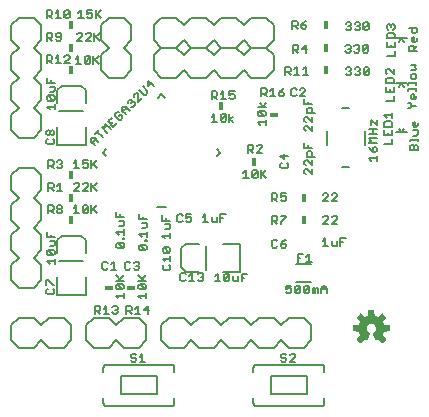
<source format=gto>
G04 EAGLE Gerber RS-274X export*
G75*
%MOMM*%
%FSLAX34Y34*%
%LPD*%
%INSilkscreen Top*%
%IPPOS*%
%AMOC8*
5,1,8,0,0,1.08239X$1,22.5*%
G01*
%ADD10C,0.152400*%
%ADD11C,0.203200*%
%ADD12C,0.127000*%
%ADD13R,0.457200X0.762000*%
%ADD14R,0.762000X0.457200*%

G36*
X320470Y61106D02*
X320470Y61106D01*
X320578Y61116D01*
X320591Y61122D01*
X320605Y61124D01*
X320702Y61172D01*
X320801Y61217D01*
X320814Y61228D01*
X320823Y61232D01*
X320838Y61248D01*
X320915Y61310D01*
X323500Y63895D01*
X323563Y63984D01*
X323629Y64069D01*
X323634Y64082D01*
X323642Y64094D01*
X323673Y64197D01*
X323709Y64300D01*
X323709Y64314D01*
X323713Y64327D01*
X323709Y64435D01*
X323710Y64544D01*
X323705Y64557D01*
X323705Y64571D01*
X323667Y64673D01*
X323632Y64775D01*
X323623Y64790D01*
X323619Y64799D01*
X323605Y64816D01*
X323551Y64898D01*
X320787Y68288D01*
X321344Y69370D01*
X321350Y69390D01*
X321392Y69485D01*
X321763Y70644D01*
X326114Y71087D01*
X326218Y71115D01*
X326324Y71140D01*
X326336Y71147D01*
X326349Y71150D01*
X326439Y71211D01*
X326532Y71268D01*
X326540Y71279D01*
X326552Y71287D01*
X326618Y71373D01*
X326687Y71457D01*
X326691Y71470D01*
X326700Y71481D01*
X326734Y71584D01*
X326773Y71685D01*
X326774Y71703D01*
X326778Y71712D01*
X326778Y71734D01*
X326787Y71832D01*
X326787Y75488D01*
X326770Y75595D01*
X326756Y75703D01*
X326750Y75715D01*
X326748Y75729D01*
X326696Y75825D01*
X326649Y75922D01*
X326639Y75932D01*
X326633Y75944D01*
X326553Y76018D01*
X326477Y76095D01*
X326465Y76101D01*
X326455Y76111D01*
X326356Y76156D01*
X326259Y76204D01*
X326241Y76208D01*
X326232Y76212D01*
X326211Y76214D01*
X326114Y76233D01*
X321763Y76676D01*
X321392Y77835D01*
X321383Y77852D01*
X321381Y77860D01*
X321377Y77867D01*
X321344Y77950D01*
X320787Y79032D01*
X323551Y82422D01*
X323605Y82516D01*
X323662Y82608D01*
X323665Y82621D01*
X323672Y82633D01*
X323693Y82740D01*
X323718Y82845D01*
X323716Y82859D01*
X323719Y82873D01*
X323704Y82980D01*
X323694Y83088D01*
X323688Y83101D01*
X323686Y83115D01*
X323638Y83212D01*
X323593Y83311D01*
X323582Y83324D01*
X323578Y83333D01*
X323562Y83348D01*
X323500Y83425D01*
X320915Y86010D01*
X320826Y86073D01*
X320741Y86139D01*
X320728Y86144D01*
X320716Y86152D01*
X320613Y86183D01*
X320510Y86219D01*
X320496Y86219D01*
X320483Y86223D01*
X320375Y86219D01*
X320266Y86220D01*
X320253Y86215D01*
X320239Y86215D01*
X320137Y86177D01*
X320035Y86142D01*
X320020Y86133D01*
X320011Y86129D01*
X319994Y86115D01*
X319912Y86061D01*
X316522Y83297D01*
X315440Y83854D01*
X315420Y83860D01*
X315325Y83902D01*
X314166Y84273D01*
X313723Y88624D01*
X313695Y88728D01*
X313670Y88834D01*
X313663Y88846D01*
X313660Y88859D01*
X313599Y88949D01*
X313542Y89042D01*
X313531Y89050D01*
X313523Y89062D01*
X313437Y89128D01*
X313353Y89197D01*
X313340Y89201D01*
X313329Y89210D01*
X313226Y89244D01*
X313125Y89283D01*
X313107Y89284D01*
X313098Y89288D01*
X313076Y89288D01*
X312978Y89297D01*
X309322Y89297D01*
X309215Y89280D01*
X309107Y89266D01*
X309095Y89260D01*
X309081Y89258D01*
X308985Y89206D01*
X308888Y89159D01*
X308878Y89149D01*
X308866Y89143D01*
X308792Y89063D01*
X308715Y88987D01*
X308709Y88975D01*
X308699Y88965D01*
X308654Y88866D01*
X308606Y88769D01*
X308602Y88751D01*
X308598Y88742D01*
X308596Y88721D01*
X308577Y88624D01*
X308134Y84273D01*
X306975Y83902D01*
X306957Y83892D01*
X306860Y83854D01*
X305778Y83297D01*
X302388Y86061D01*
X302294Y86115D01*
X302202Y86172D01*
X302189Y86175D01*
X302177Y86182D01*
X302070Y86203D01*
X301965Y86228D01*
X301951Y86226D01*
X301937Y86229D01*
X301830Y86214D01*
X301722Y86204D01*
X301709Y86198D01*
X301696Y86196D01*
X301598Y86148D01*
X301499Y86103D01*
X301486Y86092D01*
X301477Y86088D01*
X301462Y86072D01*
X301385Y86010D01*
X298800Y83425D01*
X298737Y83336D01*
X298671Y83251D01*
X298666Y83238D01*
X298658Y83226D01*
X298627Y83123D01*
X298591Y83020D01*
X298591Y83006D01*
X298587Y82993D01*
X298591Y82885D01*
X298590Y82776D01*
X298595Y82763D01*
X298595Y82749D01*
X298633Y82647D01*
X298668Y82545D01*
X298677Y82530D01*
X298681Y82521D01*
X298695Y82504D01*
X298749Y82422D01*
X301513Y79032D01*
X300956Y77950D01*
X300950Y77930D01*
X300908Y77835D01*
X300537Y76676D01*
X296186Y76233D01*
X296082Y76205D01*
X295976Y76180D01*
X295964Y76173D01*
X295951Y76170D01*
X295861Y76109D01*
X295768Y76052D01*
X295760Y76041D01*
X295748Y76033D01*
X295682Y75947D01*
X295614Y75863D01*
X295609Y75850D01*
X295600Y75839D01*
X295566Y75736D01*
X295527Y75635D01*
X295526Y75617D01*
X295522Y75608D01*
X295523Y75586D01*
X295513Y75488D01*
X295513Y71832D01*
X295530Y71725D01*
X295544Y71617D01*
X295550Y71605D01*
X295552Y71591D01*
X295604Y71495D01*
X295651Y71398D01*
X295661Y71388D01*
X295667Y71376D01*
X295747Y71302D01*
X295823Y71225D01*
X295835Y71219D01*
X295846Y71209D01*
X295944Y71164D01*
X296041Y71116D01*
X296059Y71112D01*
X296068Y71108D01*
X296089Y71106D01*
X296186Y71087D01*
X300537Y70644D01*
X300908Y69485D01*
X300918Y69467D01*
X300956Y69370D01*
X301513Y68288D01*
X298749Y64898D01*
X298695Y64804D01*
X298638Y64712D01*
X298635Y64699D01*
X298628Y64687D01*
X298607Y64580D01*
X298582Y64475D01*
X298584Y64461D01*
X298581Y64447D01*
X298596Y64340D01*
X298606Y64232D01*
X298612Y64219D01*
X298614Y64206D01*
X298662Y64108D01*
X298707Y64009D01*
X298718Y63996D01*
X298722Y63987D01*
X298738Y63972D01*
X298800Y63895D01*
X301385Y61310D01*
X301474Y61247D01*
X301559Y61181D01*
X301572Y61176D01*
X301584Y61168D01*
X301687Y61137D01*
X301790Y61101D01*
X301804Y61101D01*
X301817Y61097D01*
X301925Y61101D01*
X302034Y61100D01*
X302047Y61105D01*
X302061Y61105D01*
X302163Y61143D01*
X302265Y61178D01*
X302280Y61187D01*
X302289Y61191D01*
X302306Y61205D01*
X302388Y61259D01*
X305778Y64023D01*
X306860Y63466D01*
X306913Y63449D01*
X306962Y63423D01*
X307028Y63412D01*
X307092Y63391D01*
X307148Y63392D01*
X307202Y63383D01*
X307269Y63394D01*
X307336Y63395D01*
X307388Y63413D01*
X307443Y63422D01*
X307503Y63454D01*
X307566Y63477D01*
X307609Y63511D01*
X307659Y63537D01*
X307705Y63586D01*
X307757Y63628D01*
X307788Y63675D01*
X307826Y63715D01*
X307882Y63820D01*
X307890Y63833D01*
X307891Y63838D01*
X307895Y63845D01*
X310048Y69042D01*
X310068Y69125D01*
X310073Y69138D01*
X310075Y69154D01*
X310100Y69240D01*
X310099Y69260D01*
X310104Y69280D01*
X310096Y69362D01*
X310098Y69381D01*
X310093Y69402D01*
X310089Y69484D01*
X310082Y69503D01*
X310080Y69523D01*
X310049Y69592D01*
X310042Y69619D01*
X310027Y69644D01*
X310000Y69712D01*
X309987Y69727D01*
X309979Y69745D01*
X309934Y69794D01*
X309914Y69826D01*
X309882Y69852D01*
X309843Y69898D01*
X309822Y69913D01*
X309812Y69923D01*
X309791Y69935D01*
X309728Y69979D01*
X309725Y69981D01*
X309724Y69981D01*
X309722Y69983D01*
X308838Y70478D01*
X308159Y71105D01*
X307645Y71874D01*
X307325Y72742D01*
X307217Y73659D01*
X307330Y74594D01*
X307661Y75475D01*
X308193Y76252D01*
X308894Y76881D01*
X309724Y77324D01*
X310636Y77558D01*
X311578Y77568D01*
X312494Y77354D01*
X313334Y76929D01*
X314048Y76316D01*
X314597Y75551D01*
X314948Y74677D01*
X315081Y73745D01*
X314989Y72808D01*
X314677Y71920D01*
X314162Y71132D01*
X313475Y70488D01*
X312576Y69982D01*
X312535Y69949D01*
X312494Y69927D01*
X312463Y69894D01*
X312415Y69859D01*
X312402Y69842D01*
X312386Y69829D01*
X312351Y69775D01*
X312327Y69749D01*
X312313Y69718D01*
X312272Y69661D01*
X312266Y69641D01*
X312255Y69623D01*
X312237Y69550D01*
X312227Y69527D01*
X312224Y69503D01*
X312201Y69428D01*
X312202Y69407D01*
X312197Y69386D01*
X312204Y69302D01*
X312203Y69284D01*
X312206Y69267D01*
X312209Y69184D01*
X312217Y69158D01*
X312218Y69143D01*
X312228Y69121D01*
X312252Y69042D01*
X312560Y68297D01*
X312561Y68297D01*
X312871Y67548D01*
X313181Y66799D01*
X313181Y66798D01*
X313492Y66050D01*
X313492Y66049D01*
X313802Y65300D01*
X314112Y64551D01*
X314113Y64551D01*
X314405Y63845D01*
X314434Y63798D01*
X314455Y63746D01*
X314498Y63695D01*
X314534Y63638D01*
X314577Y63603D01*
X314613Y63560D01*
X314670Y63526D01*
X314722Y63483D01*
X314774Y63464D01*
X314822Y63435D01*
X314888Y63421D01*
X314951Y63397D01*
X315006Y63395D01*
X315060Y63384D01*
X315127Y63391D01*
X315194Y63389D01*
X315248Y63405D01*
X315303Y63412D01*
X315414Y63456D01*
X315428Y63460D01*
X315432Y63463D01*
X315440Y63466D01*
X316522Y64023D01*
X319912Y61259D01*
X320006Y61205D01*
X320098Y61148D01*
X320111Y61145D01*
X320123Y61138D01*
X320230Y61117D01*
X320335Y61092D01*
X320349Y61094D01*
X320363Y61091D01*
X320470Y61106D01*
G37*
D10*
X135462Y127088D02*
X134360Y125987D01*
X134360Y123784D01*
X135462Y122682D01*
X139868Y122682D01*
X140970Y123784D01*
X140970Y125987D01*
X139868Y127088D01*
X136564Y130166D02*
X134360Y132369D01*
X140970Y132369D01*
X140970Y130166D02*
X140970Y134573D01*
X139868Y137650D02*
X135462Y137650D01*
X134360Y138752D01*
X134360Y140955D01*
X135462Y142057D01*
X139868Y142057D01*
X140970Y140955D01*
X140970Y138752D01*
X139868Y137650D01*
X135462Y142057D01*
X136437Y149733D02*
X134233Y151936D01*
X140843Y151936D01*
X140843Y149733D02*
X140843Y154139D01*
X139741Y157217D02*
X136437Y157217D01*
X139741Y157217D02*
X140843Y158319D01*
X140843Y161624D01*
X136437Y161624D01*
X134233Y164701D02*
X140843Y164701D01*
X134233Y164701D02*
X134233Y169108D01*
X137538Y166905D02*
X137538Y164701D01*
D11*
X185184Y145223D02*
X200184Y145223D01*
X200184Y121223D01*
X185184Y121223D01*
X165184Y145223D02*
X154184Y145223D01*
X150184Y141223D01*
X150184Y125223D01*
X154184Y121223D01*
X165184Y121223D01*
D12*
X171374Y123063D02*
X171374Y143383D01*
D10*
X152733Y120369D02*
X153835Y119267D01*
X152733Y120369D02*
X150530Y120369D01*
X149428Y119267D01*
X149428Y114861D01*
X150530Y113759D01*
X152733Y113759D01*
X153835Y114861D01*
X156912Y118165D02*
X159116Y120369D01*
X159116Y113759D01*
X161319Y113759D02*
X156912Y113759D01*
X164397Y119267D02*
X165498Y120369D01*
X167701Y120369D01*
X168803Y119267D01*
X168803Y118165D01*
X167701Y117064D01*
X166600Y117064D01*
X167701Y117064D02*
X168803Y115962D01*
X168803Y114861D01*
X167701Y113759D01*
X165498Y113759D01*
X164397Y114861D01*
X178705Y117625D02*
X180908Y119828D01*
X180908Y113218D01*
X178705Y113218D02*
X183111Y113218D01*
X186189Y114320D02*
X186189Y118726D01*
X187291Y119828D01*
X189494Y119828D01*
X190596Y118726D01*
X190596Y114320D01*
X189494Y113218D01*
X187291Y113218D01*
X186189Y114320D01*
X190596Y118726D01*
X193673Y117625D02*
X193673Y114320D01*
X194775Y113218D01*
X198080Y113218D01*
X198080Y117625D01*
X201157Y119828D02*
X201157Y113218D01*
X201157Y119828D02*
X205564Y119828D01*
X203361Y116523D02*
X201157Y116523D01*
D13*
X273050Y292100D03*
D10*
X238252Y295027D02*
X238252Y288417D01*
X238252Y295027D02*
X241557Y295027D01*
X242658Y293925D01*
X242658Y291722D01*
X241557Y290620D01*
X238252Y290620D01*
X240455Y290620D02*
X242658Y288417D01*
X245736Y292823D02*
X247939Y295027D01*
X247939Y288417D01*
X245736Y288417D02*
X250143Y288417D01*
X253220Y292823D02*
X255424Y295027D01*
X255424Y288417D01*
X257627Y288417D02*
X253220Y288417D01*
X289687Y293290D02*
X290789Y294392D01*
X292992Y294392D01*
X294093Y293290D01*
X294093Y292188D01*
X292992Y291087D01*
X291890Y291087D01*
X292992Y291087D02*
X294093Y289985D01*
X294093Y288884D01*
X292992Y287782D01*
X290789Y287782D01*
X289687Y288884D01*
X297171Y293290D02*
X298273Y294392D01*
X300476Y294392D01*
X301578Y293290D01*
X301578Y292188D01*
X300476Y291087D01*
X299374Y291087D01*
X300476Y291087D02*
X301578Y289985D01*
X301578Y288884D01*
X300476Y287782D01*
X298273Y287782D01*
X297171Y288884D01*
X304655Y288884D02*
X304655Y293290D01*
X305757Y294392D01*
X307960Y294392D01*
X309062Y293290D01*
X309062Y288884D01*
X307960Y287782D01*
X305757Y287782D01*
X304655Y288884D01*
X309062Y293290D01*
D11*
X331950Y239600D02*
X336550Y239600D01*
X341150Y239600D01*
X336550Y239600D02*
X334212Y242700D01*
X336804Y239754D02*
X338734Y242700D01*
D10*
X328803Y229362D02*
X322193Y229362D01*
X328803Y229362D02*
X328803Y233768D01*
X322193Y236846D02*
X322193Y241253D01*
X322193Y236846D02*
X328803Y236846D01*
X328803Y241253D01*
X325498Y239049D02*
X325498Y236846D01*
X322193Y244330D02*
X328803Y244330D01*
X328803Y247635D01*
X327701Y248737D01*
X323295Y248737D01*
X322193Y247635D01*
X322193Y244330D01*
X324397Y251814D02*
X322193Y254018D01*
X328803Y254018D01*
X328803Y256221D02*
X328803Y251814D01*
X343783Y224282D02*
X350393Y224282D01*
X343783Y224282D02*
X343783Y227587D01*
X344885Y228688D01*
X345987Y228688D01*
X347088Y227587D01*
X348190Y228688D01*
X349291Y228688D01*
X350393Y227587D01*
X350393Y224282D01*
X347088Y224282D02*
X347088Y227587D01*
X343783Y231766D02*
X343783Y232868D01*
X350393Y232868D01*
X350393Y233969D02*
X350393Y231766D01*
X349291Y236756D02*
X345987Y236756D01*
X349291Y236756D02*
X350393Y237857D01*
X350393Y241162D01*
X345987Y241162D01*
X350393Y245341D02*
X350393Y247545D01*
X350393Y245341D02*
X349291Y244240D01*
X347088Y244240D01*
X345987Y245341D01*
X345987Y247545D01*
X347088Y248646D01*
X348190Y248646D01*
X348190Y244240D01*
D13*
X212090Y214630D03*
D10*
X206502Y222377D02*
X206502Y228987D01*
X209807Y228987D01*
X210908Y227885D01*
X210908Y225682D01*
X209807Y224580D01*
X206502Y224580D01*
X208705Y224580D02*
X210908Y222377D01*
X213986Y222377D02*
X218393Y222377D01*
X218393Y226783D02*
X213986Y222377D01*
X218393Y226783D02*
X218393Y227885D01*
X217291Y228987D01*
X215088Y228987D01*
X213986Y227885D01*
X205022Y207524D02*
X202819Y205320D01*
X205022Y207524D02*
X205022Y200914D01*
X202819Y200914D02*
X207225Y200914D01*
X210303Y202016D02*
X210303Y206422D01*
X211405Y207524D01*
X213608Y207524D01*
X214710Y206422D01*
X214710Y202016D01*
X213608Y200914D01*
X211405Y200914D01*
X210303Y202016D01*
X214710Y206422D01*
X217787Y207524D02*
X217787Y200914D01*
X217787Y203117D02*
X222194Y207524D01*
X218889Y204219D02*
X222194Y200914D01*
X106768Y128825D02*
X105667Y129927D01*
X103464Y129927D01*
X102362Y128825D01*
X102362Y124419D01*
X103464Y123317D01*
X105667Y123317D01*
X106768Y124419D01*
X109846Y128825D02*
X110948Y129927D01*
X113151Y129927D01*
X114253Y128825D01*
X114253Y127723D01*
X113151Y126622D01*
X112049Y126622D01*
X113151Y126622D02*
X114253Y125520D01*
X114253Y124419D01*
X113151Y123317D01*
X110948Y123317D01*
X109846Y124419D01*
X115396Y139573D02*
X119802Y139573D01*
X115396Y139573D02*
X114294Y140675D01*
X114294Y142878D01*
X115396Y143979D01*
X119802Y143979D01*
X120904Y142878D01*
X120904Y140675D01*
X119802Y139573D01*
X115396Y143979D01*
X119802Y147057D02*
X120904Y147057D01*
X119802Y147057D02*
X119802Y148159D01*
X120904Y148159D01*
X120904Y147057D01*
X116498Y150799D02*
X114294Y153002D01*
X120904Y153002D01*
X120904Y150799D02*
X120904Y155206D01*
X119802Y158283D02*
X116498Y158283D01*
X119802Y158283D02*
X120904Y159385D01*
X120904Y162690D01*
X116498Y162690D01*
X114294Y165768D02*
X120904Y165768D01*
X114294Y165768D02*
X114294Y170174D01*
X117599Y167971D02*
X117599Y165768D01*
X86617Y129927D02*
X87718Y128825D01*
X86617Y129927D02*
X84414Y129927D01*
X83312Y128825D01*
X83312Y124419D01*
X84414Y123317D01*
X86617Y123317D01*
X87718Y124419D01*
X90796Y127723D02*
X92999Y129927D01*
X92999Y123317D01*
X90796Y123317D02*
X95203Y123317D01*
X96346Y141605D02*
X100752Y141605D01*
X96346Y141605D02*
X95244Y142707D01*
X95244Y144910D01*
X96346Y146011D01*
X100752Y146011D01*
X101854Y144910D01*
X101854Y142707D01*
X100752Y141605D01*
X96346Y146011D01*
X100752Y149089D02*
X101854Y149089D01*
X100752Y149089D02*
X100752Y150191D01*
X101854Y150191D01*
X101854Y149089D01*
X97448Y152831D02*
X95244Y155034D01*
X101854Y155034D01*
X101854Y152831D02*
X101854Y157238D01*
X100752Y160315D02*
X97448Y160315D01*
X100752Y160315D02*
X101854Y161417D01*
X101854Y164722D01*
X97448Y164722D01*
X95244Y167800D02*
X101854Y167800D01*
X95244Y167800D02*
X95244Y172206D01*
X98549Y170003D02*
X98549Y167800D01*
D13*
X273050Y330200D03*
D10*
X244282Y327152D02*
X244282Y333762D01*
X247587Y333762D01*
X248688Y332660D01*
X248688Y330457D01*
X247587Y329355D01*
X244282Y329355D01*
X246485Y329355D02*
X248688Y327152D01*
X253969Y332660D02*
X256173Y333762D01*
X253969Y332660D02*
X251766Y330457D01*
X251766Y328254D01*
X252868Y327152D01*
X255071Y327152D01*
X256173Y328254D01*
X256173Y329355D01*
X255071Y330457D01*
X251766Y330457D01*
X289438Y331390D02*
X290540Y332492D01*
X292743Y332492D01*
X293844Y331390D01*
X293844Y330288D01*
X292743Y329187D01*
X291641Y329187D01*
X292743Y329187D02*
X293844Y328085D01*
X293844Y326984D01*
X292743Y325882D01*
X290540Y325882D01*
X289438Y326984D01*
X296922Y331390D02*
X298024Y332492D01*
X300227Y332492D01*
X301329Y331390D01*
X301329Y330288D01*
X300227Y329187D01*
X299125Y329187D01*
X300227Y329187D02*
X301329Y328085D01*
X301329Y326984D01*
X300227Y325882D01*
X298024Y325882D01*
X296922Y326984D01*
X304406Y326984D02*
X304406Y331390D01*
X305508Y332492D01*
X307711Y332492D01*
X308813Y331390D01*
X308813Y326984D01*
X307711Y325882D01*
X305508Y325882D01*
X304406Y326984D01*
X308813Y331390D01*
D11*
X336550Y319200D02*
X341150Y319200D01*
X336550Y319200D02*
X331950Y319200D01*
X336550Y319200D02*
X338888Y316100D01*
X336296Y319046D02*
X334366Y316100D01*
D10*
X330708Y303972D02*
X324098Y303972D01*
X330708Y303972D02*
X330708Y308378D01*
X324098Y311456D02*
X324098Y315863D01*
X324098Y311456D02*
X330708Y311456D01*
X330708Y315863D01*
X327403Y313659D02*
X327403Y311456D01*
X324098Y318940D02*
X330708Y318940D01*
X330708Y322245D01*
X329606Y323347D01*
X325200Y323347D01*
X324098Y322245D01*
X324098Y318940D01*
X325200Y326424D02*
X324098Y327526D01*
X324098Y329729D01*
X325200Y330831D01*
X326302Y330831D01*
X327403Y329729D01*
X327403Y328628D01*
X327403Y329729D02*
X328505Y330831D01*
X329606Y330831D01*
X330708Y329729D01*
X330708Y327526D01*
X329606Y326424D01*
X342894Y308234D02*
X349504Y308234D01*
X342894Y308234D02*
X342894Y311539D01*
X343996Y312640D01*
X346199Y312640D01*
X347301Y311539D01*
X347301Y308234D01*
X347301Y310437D02*
X349504Y312640D01*
X349504Y316820D02*
X349504Y319023D01*
X349504Y316820D02*
X348402Y315718D01*
X346199Y315718D01*
X345098Y316820D01*
X345098Y319023D01*
X346199Y320125D01*
X347301Y320125D01*
X347301Y315718D01*
X349504Y327609D02*
X342894Y327609D01*
X349504Y327609D02*
X349504Y324304D01*
X348402Y323202D01*
X346199Y323202D01*
X345098Y324304D01*
X345098Y327609D01*
D11*
X136178Y268919D02*
X133350Y271747D01*
X130522Y268919D01*
X180019Y225078D02*
X182847Y222250D01*
X180019Y219422D01*
X86681Y225078D02*
X83853Y222250D01*
X86681Y219422D01*
X129814Y176288D02*
X136886Y176288D01*
D10*
X76877Y228364D02*
X73761Y231480D01*
X73761Y234596D01*
X76877Y234596D01*
X79993Y231480D01*
X77656Y233817D02*
X74540Y230701D01*
X83727Y235214D02*
X79053Y239888D01*
X77495Y238330D02*
X80611Y241446D01*
X82787Y243622D02*
X87461Y238948D01*
X85903Y243622D02*
X82787Y243622D01*
X85903Y243622D02*
X85903Y246738D01*
X90577Y242064D01*
X88080Y248914D02*
X91195Y252030D01*
X88080Y248914D02*
X92753Y244240D01*
X95869Y247356D01*
X91974Y248135D02*
X90416Y246577D01*
X95708Y256543D02*
X97266Y256543D01*
X95708Y256543D02*
X94151Y254985D01*
X94151Y253427D01*
X97266Y250311D01*
X98824Y250311D01*
X100382Y251869D01*
X100382Y253427D01*
X98824Y254985D01*
X97266Y253427D01*
X100222Y257940D02*
X103337Y254825D01*
X100222Y257940D02*
X100222Y261056D01*
X103337Y261056D01*
X106453Y257940D01*
X104116Y260277D02*
X101001Y257161D01*
X104735Y264011D02*
X104735Y265569D01*
X106293Y267127D01*
X107851Y267127D01*
X108630Y266348D01*
X108630Y264790D01*
X107851Y264011D01*
X108630Y264790D02*
X110187Y264790D01*
X110966Y264011D01*
X110966Y262453D01*
X109408Y260896D01*
X107851Y260896D01*
X113922Y265409D02*
X117037Y268524D01*
X113922Y265409D02*
X113922Y271640D01*
X113143Y272419D01*
X111585Y272419D01*
X110027Y270861D01*
X110027Y269303D01*
X114540Y275374D02*
X118435Y271480D01*
X119993Y271480D01*
X121551Y273038D01*
X121551Y274596D01*
X117656Y278490D01*
X122169Y283003D02*
X126843Y278330D01*
X122169Y278330D02*
X122169Y283003D01*
X125285Y281446D02*
X122169Y278330D01*
D11*
X273560Y240950D02*
X273560Y228950D01*
X286560Y259950D02*
X292560Y259950D01*
X305560Y240950D02*
X305560Y228950D01*
X292560Y209950D02*
X286560Y209950D01*
D10*
X308858Y217595D02*
X311062Y215392D01*
X308858Y217595D02*
X315468Y217595D01*
X315468Y215392D02*
X315468Y219798D01*
X309960Y225079D02*
X308858Y227283D01*
X309960Y225079D02*
X312163Y222876D01*
X314366Y222876D01*
X315468Y223978D01*
X315468Y226181D01*
X314366Y227283D01*
X313265Y227283D01*
X312163Y226181D01*
X312163Y222876D01*
X315468Y230360D02*
X308858Y230360D01*
X311062Y232564D01*
X308858Y234767D01*
X315468Y234767D01*
X315468Y237844D02*
X308858Y237844D01*
X312163Y237844D02*
X312163Y242251D01*
X308858Y242251D02*
X315468Y242251D01*
X311062Y245329D02*
X311062Y249735D01*
X315468Y245329D01*
X315468Y249735D01*
X247738Y275510D02*
X246637Y276612D01*
X244434Y276612D01*
X243332Y275510D01*
X243332Y271104D01*
X244434Y270002D01*
X246637Y270002D01*
X247738Y271104D01*
X250816Y270002D02*
X255223Y270002D01*
X255223Y274408D02*
X250816Y270002D01*
X255223Y274408D02*
X255223Y275510D01*
X254121Y276612D01*
X251918Y276612D01*
X250816Y275510D01*
X260858Y245198D02*
X260858Y240792D01*
X256452Y245198D01*
X255350Y245198D01*
X254248Y244097D01*
X254248Y241894D01*
X255350Y240792D01*
X260858Y248276D02*
X260858Y252683D01*
X256452Y252683D02*
X260858Y248276D01*
X256452Y252683D02*
X255350Y252683D01*
X254248Y251581D01*
X254248Y249378D01*
X255350Y248276D01*
X256452Y255760D02*
X263061Y255760D01*
X256452Y255760D02*
X256452Y259065D01*
X257553Y260167D01*
X259756Y260167D01*
X260858Y259065D01*
X260858Y255760D01*
X260858Y263244D02*
X254248Y263244D01*
X254248Y267651D01*
X257553Y265448D02*
X257553Y263244D01*
X235030Y213448D02*
X233928Y212347D01*
X233928Y210144D01*
X235030Y209042D01*
X239436Y209042D01*
X240538Y210144D01*
X240538Y212347D01*
X239436Y213448D01*
X240538Y219831D02*
X233928Y219831D01*
X237233Y216526D01*
X237233Y220933D01*
X260858Y208368D02*
X260858Y203962D01*
X256452Y208368D01*
X255350Y208368D01*
X254248Y207267D01*
X254248Y205064D01*
X255350Y203962D01*
X260858Y211446D02*
X260858Y215853D01*
X256452Y215853D02*
X260858Y211446D01*
X256452Y215853D02*
X255350Y215853D01*
X254248Y214751D01*
X254248Y212548D01*
X255350Y211446D01*
X256452Y218930D02*
X263061Y218930D01*
X256452Y218930D02*
X256452Y222235D01*
X257553Y223337D01*
X259756Y223337D01*
X260858Y222235D01*
X260858Y218930D01*
X260858Y226414D02*
X254248Y226414D01*
X254248Y230821D01*
X257553Y228618D02*
X257553Y226414D01*
X151218Y168830D02*
X150117Y169932D01*
X147914Y169932D01*
X146812Y168830D01*
X146812Y164424D01*
X147914Y163322D01*
X150117Y163322D01*
X151218Y164424D01*
X154296Y169932D02*
X158703Y169932D01*
X154296Y169932D02*
X154296Y166627D01*
X156499Y167728D01*
X157601Y167728D01*
X158703Y166627D01*
X158703Y164424D01*
X157601Y163322D01*
X155398Y163322D01*
X154296Y164424D01*
X168402Y167728D02*
X170605Y169932D01*
X170605Y163322D01*
X168402Y163322D02*
X172808Y163322D01*
X175886Y164424D02*
X175886Y167728D01*
X175886Y164424D02*
X176988Y163322D01*
X180293Y163322D01*
X180293Y167728D01*
X183370Y169932D02*
X183370Y163322D01*
X183370Y169932D02*
X187777Y169932D01*
X185574Y166627D02*
X183370Y166627D01*
X230127Y148342D02*
X231228Y147240D01*
X230127Y148342D02*
X227924Y148342D01*
X226822Y147240D01*
X226822Y142834D01*
X227924Y141732D01*
X230127Y141732D01*
X231228Y142834D01*
X236509Y147240D02*
X238713Y148342D01*
X236509Y147240D02*
X234306Y145037D01*
X234306Y142834D01*
X235408Y141732D01*
X237611Y141732D01*
X238713Y142834D01*
X238713Y143935D01*
X237611Y145037D01*
X234306Y145037D01*
X270002Y147408D02*
X272205Y149612D01*
X272205Y143002D01*
X270002Y143002D02*
X274408Y143002D01*
X277486Y144104D02*
X277486Y147408D01*
X277486Y144104D02*
X278588Y143002D01*
X281893Y143002D01*
X281893Y147408D01*
X284970Y149612D02*
X284970Y143002D01*
X284970Y149612D02*
X289377Y149612D01*
X287174Y146307D02*
X284970Y146307D01*
D13*
X273050Y311150D03*
D10*
X244602Y313442D02*
X244602Y306832D01*
X244602Y313442D02*
X247907Y313442D01*
X249008Y312340D01*
X249008Y310137D01*
X247907Y309035D01*
X244602Y309035D01*
X246805Y309035D02*
X249008Y306832D01*
X255391Y306832D02*
X255391Y313442D01*
X252086Y310137D01*
X256493Y310137D01*
X289052Y312340D02*
X290154Y313442D01*
X292357Y313442D01*
X293458Y312340D01*
X293458Y311238D01*
X292357Y310137D01*
X291255Y310137D01*
X292357Y310137D02*
X293458Y309035D01*
X293458Y307934D01*
X292357Y306832D01*
X290154Y306832D01*
X289052Y307934D01*
X296536Y312340D02*
X297638Y313442D01*
X299841Y313442D01*
X300943Y312340D01*
X300943Y311238D01*
X299841Y310137D01*
X298739Y310137D01*
X299841Y310137D02*
X300943Y309035D01*
X300943Y307934D01*
X299841Y306832D01*
X297638Y306832D01*
X296536Y307934D01*
X304020Y307934D02*
X304020Y312340D01*
X305122Y313442D01*
X307325Y313442D01*
X308427Y312340D01*
X308427Y307934D01*
X307325Y306832D01*
X305122Y306832D01*
X304020Y307934D01*
X308427Y312340D01*
D11*
X336550Y281100D02*
X341150Y281100D01*
X336550Y281100D02*
X331950Y281100D01*
X336550Y281100D02*
X338888Y278000D01*
X336296Y280946D02*
X334366Y278000D01*
D10*
X330073Y266192D02*
X323463Y266192D01*
X330073Y266192D02*
X330073Y270598D01*
X323463Y273676D02*
X323463Y278083D01*
X323463Y273676D02*
X330073Y273676D01*
X330073Y278083D01*
X326768Y275879D02*
X326768Y273676D01*
X323463Y281160D02*
X330073Y281160D01*
X330073Y284465D01*
X328971Y285567D01*
X324565Y285567D01*
X323463Y284465D01*
X323463Y281160D01*
X330073Y288644D02*
X330073Y293051D01*
X325667Y293051D02*
X330073Y288644D01*
X325667Y293051D02*
X324565Y293051D01*
X323463Y291949D01*
X323463Y289746D01*
X324565Y288644D01*
X342513Y259842D02*
X343615Y259842D01*
X345818Y262045D01*
X343615Y264248D01*
X342513Y264248D01*
X345818Y262045D02*
X349123Y262045D01*
X349123Y268428D02*
X349123Y270631D01*
X349123Y268428D02*
X348021Y267326D01*
X345818Y267326D01*
X344717Y268428D01*
X344717Y270631D01*
X345818Y271733D01*
X346920Y271733D01*
X346920Y267326D01*
X342513Y274810D02*
X342513Y275912D01*
X349123Y275912D01*
X349123Y274810D02*
X349123Y277014D01*
X342513Y279800D02*
X342513Y280901D01*
X349123Y280901D01*
X349123Y279800D02*
X349123Y282003D01*
X349123Y285891D02*
X349123Y288094D01*
X348021Y289196D01*
X345818Y289196D01*
X344717Y288094D01*
X344717Y285891D01*
X345818Y284789D01*
X348021Y284789D01*
X349123Y285891D01*
X348021Y292273D02*
X344717Y292273D01*
X348021Y292273D02*
X349123Y293375D01*
X348021Y294477D01*
X349123Y295578D01*
X348021Y296680D01*
X344717Y296680D01*
D13*
X254000Y184150D03*
D10*
X226822Y181102D02*
X226822Y187712D01*
X230127Y187712D01*
X231228Y186610D01*
X231228Y184407D01*
X230127Y183305D01*
X226822Y183305D01*
X229025Y183305D02*
X231228Y181102D01*
X234306Y187712D02*
X238713Y187712D01*
X234306Y187712D02*
X234306Y184407D01*
X236509Y185508D01*
X237611Y185508D01*
X238713Y184407D01*
X238713Y182204D01*
X237611Y181102D01*
X235408Y181102D01*
X234306Y182204D01*
X270002Y181102D02*
X274408Y181102D01*
X270002Y181102D02*
X274408Y185508D01*
X274408Y186610D01*
X273307Y187712D01*
X271104Y187712D01*
X270002Y186610D01*
X277486Y181102D02*
X281893Y181102D01*
X281893Y185508D02*
X277486Y181102D01*
X281893Y185508D02*
X281893Y186610D01*
X280791Y187712D01*
X278588Y187712D01*
X277486Y186610D01*
D13*
X254000Y165100D03*
D10*
X226822Y162052D02*
X226822Y168662D01*
X230127Y168662D01*
X231228Y167560D01*
X231228Y165357D01*
X230127Y164255D01*
X226822Y164255D01*
X229025Y164255D02*
X231228Y162052D01*
X234306Y168662D02*
X238713Y168662D01*
X238713Y167560D01*
X234306Y163154D01*
X234306Y162052D01*
X270002Y162052D02*
X274408Y162052D01*
X270002Y162052D02*
X274408Y166458D01*
X274408Y167560D01*
X273307Y168662D01*
X271104Y168662D01*
X270002Y167560D01*
X277486Y162052D02*
X281893Y162052D01*
X281893Y166458D02*
X277486Y162052D01*
X281893Y166458D02*
X281893Y167560D01*
X280791Y168662D01*
X278588Y168662D01*
X277486Y167560D01*
D11*
X260350Y128270D02*
X247650Y128270D01*
X247650Y113030D02*
X260350Y113030D01*
D10*
X248684Y129794D02*
X248684Y136404D01*
X253090Y136404D01*
X250887Y133099D02*
X248684Y133099D01*
X256168Y134200D02*
X258371Y136404D01*
X258371Y129794D01*
X256168Y129794D02*
X260574Y129794D01*
X243338Y109734D02*
X238931Y109734D01*
X238931Y106429D01*
X241134Y107530D01*
X242236Y107530D01*
X243338Y106429D01*
X243338Y104226D01*
X242236Y103124D01*
X240033Y103124D01*
X238931Y104226D01*
X246415Y104226D02*
X246415Y108632D01*
X247517Y109734D01*
X249720Y109734D01*
X250822Y108632D01*
X250822Y104226D01*
X249720Y103124D01*
X247517Y103124D01*
X246415Y104226D01*
X250822Y108632D01*
X253900Y108632D02*
X253900Y104226D01*
X253900Y108632D02*
X255001Y109734D01*
X257204Y109734D01*
X258306Y108632D01*
X258306Y104226D01*
X257204Y103124D01*
X255001Y103124D01*
X253900Y104226D01*
X258306Y108632D01*
X261384Y107530D02*
X261384Y103124D01*
X261384Y107530D02*
X262485Y107530D01*
X263587Y106429D01*
X263587Y103124D01*
X263587Y106429D02*
X264689Y107530D01*
X265790Y106429D01*
X265790Y103124D01*
X268868Y103124D02*
X268868Y107530D01*
X271071Y109734D01*
X273274Y107530D01*
X273274Y103124D01*
X273274Y106429D02*
X268868Y106429D01*
D13*
X57150Y184150D03*
D10*
X37592Y189992D02*
X37592Y196602D01*
X40897Y196602D01*
X41998Y195500D01*
X41998Y193297D01*
X40897Y192195D01*
X37592Y192195D01*
X39795Y192195D02*
X41998Y189992D01*
X45076Y194398D02*
X47279Y196602D01*
X47279Y189992D01*
X45076Y189992D02*
X49483Y189992D01*
X59182Y189992D02*
X63588Y189992D01*
X59182Y189992D02*
X63588Y194398D01*
X63588Y195500D01*
X62487Y196602D01*
X60284Y196602D01*
X59182Y195500D01*
X66666Y189992D02*
X71073Y189992D01*
X71073Y194398D02*
X66666Y189992D01*
X71073Y194398D02*
X71073Y195500D01*
X69971Y196602D01*
X67768Y196602D01*
X66666Y195500D01*
X74150Y196602D02*
X74150Y189992D01*
X74150Y192195D02*
X78557Y196602D01*
X75252Y193297D02*
X78557Y189992D01*
D13*
X57150Y203200D03*
D10*
X37592Y209042D02*
X37592Y215652D01*
X40897Y215652D01*
X41998Y214550D01*
X41998Y212347D01*
X40897Y211245D01*
X37592Y211245D01*
X39795Y211245D02*
X41998Y209042D01*
X45076Y214550D02*
X46178Y215652D01*
X48381Y215652D01*
X49483Y214550D01*
X49483Y213448D01*
X48381Y212347D01*
X47279Y212347D01*
X48381Y212347D02*
X49483Y211245D01*
X49483Y210144D01*
X48381Y209042D01*
X46178Y209042D01*
X45076Y210144D01*
X59182Y213448D02*
X61385Y215652D01*
X61385Y209042D01*
X59182Y209042D02*
X63588Y209042D01*
X66666Y215652D02*
X71073Y215652D01*
X66666Y215652D02*
X66666Y212347D01*
X68869Y213448D01*
X69971Y213448D01*
X71073Y212347D01*
X71073Y210144D01*
X69971Y209042D01*
X67768Y209042D01*
X66666Y210144D01*
X74150Y209042D02*
X74150Y215652D01*
X74150Y211245D02*
X78557Y215652D01*
X75252Y212347D02*
X78557Y209042D01*
D13*
X57150Y165100D03*
D10*
X37592Y170942D02*
X37592Y177552D01*
X40897Y177552D01*
X41998Y176450D01*
X41998Y174247D01*
X40897Y173145D01*
X37592Y173145D01*
X39795Y173145D02*
X41998Y170942D01*
X45076Y176450D02*
X46178Y177552D01*
X48381Y177552D01*
X49483Y176450D01*
X49483Y175348D01*
X48381Y174247D01*
X49483Y173145D01*
X49483Y172044D01*
X48381Y170942D01*
X46178Y170942D01*
X45076Y172044D01*
X45076Y173145D01*
X46178Y174247D01*
X45076Y175348D01*
X45076Y176450D01*
X46178Y174247D02*
X48381Y174247D01*
X59182Y175348D02*
X61385Y177552D01*
X61385Y170942D01*
X59182Y170942D02*
X63588Y170942D01*
X66666Y172044D02*
X66666Y176450D01*
X67768Y177552D01*
X69971Y177552D01*
X71073Y176450D01*
X71073Y172044D01*
X69971Y170942D01*
X67768Y170942D01*
X66666Y172044D01*
X71073Y176450D01*
X74150Y177552D02*
X74150Y170942D01*
X74150Y173145D02*
X78557Y177552D01*
X75252Y174247D02*
X78557Y170942D01*
D11*
X69150Y117000D02*
X69150Y102000D01*
X45150Y102000D01*
X45150Y117000D01*
X69150Y137000D02*
X69150Y148000D01*
X65150Y152000D01*
X49150Y152000D01*
X45150Y148000D01*
X45150Y137000D01*
D12*
X46990Y130810D02*
X67310Y130810D01*
D10*
X37070Y106768D02*
X35968Y105667D01*
X35968Y103464D01*
X37070Y102362D01*
X41476Y102362D01*
X42578Y103464D01*
X42578Y105667D01*
X41476Y106768D01*
X35968Y109846D02*
X35968Y114253D01*
X37070Y114253D01*
X41476Y109846D01*
X42578Y109846D01*
X38662Y128032D02*
X36458Y130235D01*
X43068Y130235D01*
X43068Y128032D02*
X43068Y132438D01*
X41966Y135516D02*
X37560Y135516D01*
X36458Y136618D01*
X36458Y138821D01*
X37560Y139923D01*
X41966Y139923D01*
X43068Y138821D01*
X43068Y136618D01*
X41966Y135516D01*
X37560Y139923D01*
X38662Y143000D02*
X41966Y143000D01*
X43068Y144102D01*
X43068Y147407D01*
X38662Y147407D01*
X36458Y150484D02*
X43068Y150484D01*
X36458Y150484D02*
X36458Y154891D01*
X39763Y152688D02*
X39763Y150484D01*
D13*
X57150Y311150D03*
D10*
X36322Y316992D02*
X36322Y323602D01*
X39627Y323602D01*
X40728Y322500D01*
X40728Y320297D01*
X39627Y319195D01*
X36322Y319195D01*
X38525Y319195D02*
X40728Y316992D01*
X43806Y318094D02*
X44908Y316992D01*
X47111Y316992D01*
X48213Y318094D01*
X48213Y322500D01*
X47111Y323602D01*
X44908Y323602D01*
X43806Y322500D01*
X43806Y321398D01*
X44908Y320297D01*
X48213Y320297D01*
X61722Y316992D02*
X66128Y316992D01*
X61722Y316992D02*
X66128Y321398D01*
X66128Y322500D01*
X65027Y323602D01*
X62824Y323602D01*
X61722Y322500D01*
X69206Y316992D02*
X73613Y316992D01*
X73613Y321398D02*
X69206Y316992D01*
X73613Y321398D02*
X73613Y322500D01*
X72511Y323602D01*
X70308Y323602D01*
X69206Y322500D01*
X76690Y323602D02*
X76690Y316992D01*
X76690Y319195D02*
X81097Y323602D01*
X77792Y320297D02*
X81097Y316992D01*
D13*
X57150Y330200D03*
D10*
X36322Y336042D02*
X36322Y342652D01*
X39627Y342652D01*
X40728Y341550D01*
X40728Y339347D01*
X39627Y338245D01*
X36322Y338245D01*
X38525Y338245D02*
X40728Y336042D01*
X43806Y340448D02*
X46009Y342652D01*
X46009Y336042D01*
X43806Y336042D02*
X48213Y336042D01*
X51290Y337144D02*
X51290Y341550D01*
X52392Y342652D01*
X54595Y342652D01*
X55697Y341550D01*
X55697Y337144D01*
X54595Y336042D01*
X52392Y336042D01*
X51290Y337144D01*
X55697Y341550D01*
X62992Y340448D02*
X65195Y342652D01*
X65195Y336042D01*
X62992Y336042D02*
X67398Y336042D01*
X70476Y342652D02*
X74883Y342652D01*
X70476Y342652D02*
X70476Y339347D01*
X72679Y340448D01*
X73781Y340448D01*
X74883Y339347D01*
X74883Y337144D01*
X73781Y336042D01*
X71578Y336042D01*
X70476Y337144D01*
X77960Y336042D02*
X77960Y342652D01*
X77960Y338245D02*
X82367Y342652D01*
X79062Y339347D02*
X82367Y336042D01*
D13*
X57150Y292100D03*
D10*
X36322Y297942D02*
X36322Y304552D01*
X39627Y304552D01*
X40728Y303450D01*
X40728Y301247D01*
X39627Y300145D01*
X36322Y300145D01*
X38525Y300145D02*
X40728Y297942D01*
X43806Y302348D02*
X46009Y304552D01*
X46009Y297942D01*
X43806Y297942D02*
X48213Y297942D01*
X51290Y297942D02*
X55697Y297942D01*
X55697Y302348D02*
X51290Y297942D01*
X55697Y302348D02*
X55697Y303450D01*
X54595Y304552D01*
X52392Y304552D01*
X51290Y303450D01*
X60860Y301840D02*
X63063Y304044D01*
X63063Y297434D01*
X60860Y297434D02*
X65266Y297434D01*
X68344Y298536D02*
X68344Y302942D01*
X69445Y304044D01*
X71649Y304044D01*
X72750Y302942D01*
X72750Y298536D01*
X71649Y297434D01*
X69445Y297434D01*
X68344Y298536D01*
X72750Y302942D01*
X75828Y304044D02*
X75828Y297434D01*
X75828Y299637D02*
X80234Y304044D01*
X76929Y300739D02*
X80234Y297434D01*
D11*
X69150Y244000D02*
X69150Y229000D01*
X45150Y229000D01*
X45150Y244000D01*
X69150Y264000D02*
X69150Y275000D01*
X65150Y279000D01*
X49150Y279000D01*
X45150Y275000D01*
X45150Y264000D01*
D12*
X46990Y257810D02*
X67310Y257810D01*
D10*
X37070Y233768D02*
X35968Y232667D01*
X35968Y230464D01*
X37070Y229362D01*
X41476Y229362D01*
X42578Y230464D01*
X42578Y232667D01*
X41476Y233768D01*
X37070Y236846D02*
X35968Y237948D01*
X35968Y240151D01*
X37070Y241253D01*
X38172Y241253D01*
X39273Y240151D01*
X40375Y241253D01*
X41476Y241253D01*
X42578Y240151D01*
X42578Y237948D01*
X41476Y236846D01*
X40375Y236846D01*
X39273Y237948D01*
X38172Y236846D01*
X37070Y236846D01*
X39273Y237948D02*
X39273Y240151D01*
X38662Y258842D02*
X36458Y261045D01*
X43068Y261045D01*
X43068Y258842D02*
X43068Y263248D01*
X41966Y266326D02*
X37560Y266326D01*
X36458Y267428D01*
X36458Y269631D01*
X37560Y270733D01*
X41966Y270733D01*
X43068Y269631D01*
X43068Y267428D01*
X41966Y266326D01*
X37560Y270733D01*
X38662Y273810D02*
X41966Y273810D01*
X43068Y274912D01*
X43068Y278217D01*
X38662Y278217D01*
X36458Y281294D02*
X43068Y281294D01*
X36458Y281294D02*
X36458Y285701D01*
X39763Y283498D02*
X39763Y281294D01*
D11*
X76200Y82550D02*
X88900Y82550D01*
X95250Y76200D01*
X95250Y63500D02*
X88900Y57150D01*
X95250Y76200D02*
X101600Y82550D01*
X114300Y82550D01*
X120650Y76200D01*
X120650Y63500D02*
X114300Y57150D01*
X101600Y57150D01*
X95250Y63500D01*
X69850Y63500D02*
X69850Y76200D01*
X76200Y82550D01*
X69850Y63500D02*
X76200Y57150D01*
X88900Y57150D01*
X120650Y63500D02*
X120650Y76200D01*
X25400Y82550D02*
X12700Y82550D01*
X25400Y82550D02*
X31750Y76200D01*
X31750Y63500D02*
X25400Y57150D01*
X31750Y76200D02*
X38100Y82550D01*
X50800Y82550D01*
X57150Y76200D01*
X57150Y63500D02*
X50800Y57150D01*
X38100Y57150D01*
X31750Y63500D01*
X6350Y63500D02*
X6350Y76200D01*
X12700Y82550D01*
X6350Y63500D02*
X12700Y57150D01*
X25400Y57150D01*
X57150Y63500D02*
X57150Y76200D01*
D14*
X88900Y107950D03*
D10*
X76962Y92462D02*
X76962Y85852D01*
X76962Y92462D02*
X80267Y92462D01*
X81368Y91360D01*
X81368Y89157D01*
X80267Y88055D01*
X76962Y88055D01*
X79165Y88055D02*
X81368Y85852D01*
X84446Y90258D02*
X86649Y92462D01*
X86649Y85852D01*
X84446Y85852D02*
X88853Y85852D01*
X91930Y91360D02*
X93032Y92462D01*
X95235Y92462D01*
X96337Y91360D01*
X96337Y90258D01*
X95235Y89157D01*
X94134Y89157D01*
X95235Y89157D02*
X96337Y88055D01*
X96337Y86954D01*
X95235Y85852D01*
X93032Y85852D01*
X91930Y86954D01*
X96940Y98960D02*
X94736Y101163D01*
X101346Y101163D01*
X101346Y98960D02*
X101346Y103366D01*
X100244Y106444D02*
X95838Y106444D01*
X94736Y107545D01*
X94736Y109749D01*
X95838Y110850D01*
X100244Y110850D01*
X101346Y109749D01*
X101346Y107545D01*
X100244Y106444D01*
X95838Y110850D01*
X94736Y113928D02*
X101346Y113928D01*
X99143Y113928D02*
X94736Y118334D01*
X98041Y115029D02*
X101346Y118334D01*
D14*
X107950Y107950D03*
D10*
X103632Y92462D02*
X103632Y85852D01*
X103632Y92462D02*
X106937Y92462D01*
X108038Y91360D01*
X108038Y89157D01*
X106937Y88055D01*
X103632Y88055D01*
X105835Y88055D02*
X108038Y85852D01*
X111116Y90258D02*
X113319Y92462D01*
X113319Y85852D01*
X111116Y85852D02*
X115523Y85852D01*
X121905Y85852D02*
X121905Y92462D01*
X118600Y89157D01*
X123007Y89157D01*
X115990Y98960D02*
X113786Y101163D01*
X120396Y101163D01*
X120396Y98960D02*
X120396Y103366D01*
X119294Y106444D02*
X114888Y106444D01*
X113786Y107545D01*
X113786Y109749D01*
X114888Y110850D01*
X119294Y110850D01*
X120396Y109749D01*
X120396Y107545D01*
X119294Y106444D01*
X114888Y110850D01*
X113786Y113928D02*
X120396Y113928D01*
X118193Y113928D02*
X113786Y118334D01*
X117091Y115029D02*
X120396Y118334D01*
D13*
X184150Y261620D03*
D10*
X176022Y267462D02*
X176022Y274072D01*
X179327Y274072D01*
X180428Y272970D01*
X180428Y270767D01*
X179327Y269665D01*
X176022Y269665D01*
X178225Y269665D02*
X180428Y267462D01*
X183506Y271868D02*
X185709Y274072D01*
X185709Y267462D01*
X183506Y267462D02*
X187913Y267462D01*
X190990Y274072D02*
X195397Y274072D01*
X190990Y274072D02*
X190990Y270767D01*
X193194Y271868D01*
X194295Y271868D01*
X195397Y270767D01*
X195397Y268564D01*
X194295Y267462D01*
X192092Y267462D01*
X190990Y268564D01*
X178225Y255022D02*
X176022Y252818D01*
X178225Y255022D02*
X178225Y248412D01*
X176022Y248412D02*
X180428Y248412D01*
X183506Y249514D02*
X183506Y253920D01*
X184608Y255022D01*
X186811Y255022D01*
X187913Y253920D01*
X187913Y249514D01*
X186811Y248412D01*
X184608Y248412D01*
X183506Y249514D01*
X187913Y253920D01*
X190990Y255022D02*
X190990Y248412D01*
X190990Y250615D02*
X194295Y248412D01*
X190990Y250615D02*
X194295Y252818D01*
D14*
X228600Y254000D03*
D10*
X217932Y270002D02*
X217932Y276612D01*
X221237Y276612D01*
X222338Y275510D01*
X222338Y273307D01*
X221237Y272205D01*
X217932Y272205D01*
X220135Y272205D02*
X222338Y270002D01*
X225416Y274408D02*
X227619Y276612D01*
X227619Y270002D01*
X225416Y270002D02*
X229823Y270002D01*
X235104Y275510D02*
X237307Y276612D01*
X235104Y275510D02*
X232900Y273307D01*
X232900Y271104D01*
X234002Y270002D01*
X236205Y270002D01*
X237307Y271104D01*
X237307Y272205D01*
X236205Y273307D01*
X232900Y273307D01*
X214878Y248075D02*
X217082Y245872D01*
X214878Y248075D02*
X221488Y248075D01*
X221488Y245872D02*
X221488Y250278D01*
X220386Y253356D02*
X215980Y253356D01*
X214878Y254458D01*
X214878Y256661D01*
X215980Y257763D01*
X220386Y257763D01*
X221488Y256661D01*
X221488Y254458D01*
X220386Y253356D01*
X215980Y257763D01*
X214878Y260840D02*
X221488Y260840D01*
X219285Y260840D02*
X221488Y264145D01*
X219285Y260840D02*
X217082Y264145D01*
D11*
X86800Y42900D02*
X86702Y42898D01*
X86604Y42892D01*
X86506Y42883D01*
X86409Y42869D01*
X86312Y42852D01*
X86216Y42831D01*
X86121Y42806D01*
X86027Y42778D01*
X85935Y42745D01*
X85843Y42710D01*
X85753Y42670D01*
X85665Y42628D01*
X85578Y42581D01*
X85494Y42532D01*
X85411Y42479D01*
X85331Y42423D01*
X85252Y42363D01*
X85176Y42301D01*
X85103Y42236D01*
X85032Y42168D01*
X84964Y42097D01*
X84899Y42024D01*
X84837Y41948D01*
X84777Y41869D01*
X84721Y41789D01*
X84668Y41706D01*
X84619Y41622D01*
X84572Y41535D01*
X84530Y41447D01*
X84490Y41357D01*
X84455Y41265D01*
X84422Y41173D01*
X84394Y41079D01*
X84369Y40984D01*
X84348Y40888D01*
X84331Y40791D01*
X84317Y40694D01*
X84308Y40596D01*
X84302Y40498D01*
X84300Y40400D01*
X86800Y42900D02*
X141800Y42900D01*
X141898Y42898D01*
X141996Y42892D01*
X142094Y42883D01*
X142191Y42869D01*
X142288Y42852D01*
X142384Y42831D01*
X142479Y42806D01*
X142573Y42778D01*
X142665Y42745D01*
X142757Y42710D01*
X142847Y42670D01*
X142935Y42628D01*
X143022Y42581D01*
X143106Y42532D01*
X143189Y42479D01*
X143269Y42423D01*
X143348Y42363D01*
X143424Y42301D01*
X143497Y42236D01*
X143568Y42168D01*
X143636Y42097D01*
X143701Y42024D01*
X143763Y41948D01*
X143823Y41869D01*
X143879Y41789D01*
X143932Y41706D01*
X143981Y41622D01*
X144028Y41535D01*
X144070Y41447D01*
X144110Y41357D01*
X144145Y41265D01*
X144178Y41173D01*
X144206Y41079D01*
X144231Y40984D01*
X144252Y40888D01*
X144269Y40791D01*
X144283Y40694D01*
X144292Y40596D01*
X144298Y40498D01*
X144300Y40400D01*
X144300Y10400D02*
X144298Y10302D01*
X144292Y10204D01*
X144283Y10106D01*
X144269Y10009D01*
X144252Y9912D01*
X144231Y9816D01*
X144206Y9721D01*
X144178Y9627D01*
X144145Y9535D01*
X144110Y9443D01*
X144070Y9353D01*
X144028Y9265D01*
X143981Y9178D01*
X143932Y9094D01*
X143879Y9011D01*
X143823Y8931D01*
X143763Y8852D01*
X143701Y8776D01*
X143636Y8703D01*
X143568Y8632D01*
X143497Y8564D01*
X143424Y8499D01*
X143348Y8437D01*
X143269Y8377D01*
X143189Y8321D01*
X143106Y8268D01*
X143022Y8219D01*
X142935Y8172D01*
X142847Y8130D01*
X142757Y8090D01*
X142665Y8055D01*
X142573Y8022D01*
X142479Y7994D01*
X142384Y7969D01*
X142288Y7948D01*
X142191Y7931D01*
X142094Y7917D01*
X141996Y7908D01*
X141898Y7902D01*
X141800Y7900D01*
X86800Y7900D01*
X86702Y7902D01*
X86604Y7908D01*
X86506Y7917D01*
X86409Y7931D01*
X86312Y7948D01*
X86216Y7969D01*
X86121Y7994D01*
X86027Y8022D01*
X85935Y8055D01*
X85843Y8090D01*
X85753Y8130D01*
X85665Y8172D01*
X85578Y8219D01*
X85494Y8268D01*
X85411Y8321D01*
X85331Y8377D01*
X85252Y8437D01*
X85176Y8499D01*
X85103Y8564D01*
X85032Y8632D01*
X84964Y8703D01*
X84899Y8776D01*
X84837Y8852D01*
X84777Y8931D01*
X84721Y9011D01*
X84668Y9094D01*
X84619Y9178D01*
X84572Y9265D01*
X84530Y9353D01*
X84490Y9443D01*
X84455Y9535D01*
X84422Y9627D01*
X84394Y9721D01*
X84369Y9816D01*
X84348Y9912D01*
X84331Y10009D01*
X84317Y10106D01*
X84308Y10204D01*
X84302Y10302D01*
X84300Y10400D01*
X84300Y14400D01*
X84300Y36400D02*
X84300Y40400D01*
X144300Y40400D02*
X144300Y36400D01*
X144300Y14400D02*
X144300Y10400D01*
X129300Y32900D02*
X99300Y32900D01*
X99300Y17900D02*
X129300Y17900D01*
X99300Y17900D02*
X99300Y32900D01*
X129300Y32900D02*
X129300Y17900D01*
D10*
X111984Y50720D02*
X110883Y51822D01*
X108679Y51822D01*
X107578Y50720D01*
X107578Y49618D01*
X108679Y48517D01*
X110883Y48517D01*
X111984Y47415D01*
X111984Y46314D01*
X110883Y45212D01*
X108679Y45212D01*
X107578Y46314D01*
X115062Y49618D02*
X117265Y51822D01*
X117265Y45212D01*
X115062Y45212D02*
X119468Y45212D01*
D11*
X211300Y40400D02*
X211302Y40498D01*
X211308Y40596D01*
X211317Y40694D01*
X211331Y40791D01*
X211348Y40888D01*
X211369Y40984D01*
X211394Y41079D01*
X211422Y41173D01*
X211455Y41265D01*
X211490Y41357D01*
X211530Y41447D01*
X211572Y41535D01*
X211619Y41622D01*
X211668Y41706D01*
X211721Y41789D01*
X211777Y41869D01*
X211837Y41948D01*
X211899Y42024D01*
X211964Y42097D01*
X212032Y42168D01*
X212103Y42236D01*
X212176Y42301D01*
X212252Y42363D01*
X212331Y42423D01*
X212411Y42479D01*
X212494Y42532D01*
X212578Y42581D01*
X212665Y42628D01*
X212753Y42670D01*
X212843Y42710D01*
X212935Y42745D01*
X213027Y42778D01*
X213121Y42806D01*
X213216Y42831D01*
X213312Y42852D01*
X213409Y42869D01*
X213506Y42883D01*
X213604Y42892D01*
X213702Y42898D01*
X213800Y42900D01*
X268800Y42900D01*
X268898Y42898D01*
X268996Y42892D01*
X269094Y42883D01*
X269191Y42869D01*
X269288Y42852D01*
X269384Y42831D01*
X269479Y42806D01*
X269573Y42778D01*
X269665Y42745D01*
X269757Y42710D01*
X269847Y42670D01*
X269935Y42628D01*
X270022Y42581D01*
X270106Y42532D01*
X270189Y42479D01*
X270269Y42423D01*
X270348Y42363D01*
X270424Y42301D01*
X270497Y42236D01*
X270568Y42168D01*
X270636Y42097D01*
X270701Y42024D01*
X270763Y41948D01*
X270823Y41869D01*
X270879Y41789D01*
X270932Y41706D01*
X270981Y41622D01*
X271028Y41535D01*
X271070Y41447D01*
X271110Y41357D01*
X271145Y41265D01*
X271178Y41173D01*
X271206Y41079D01*
X271231Y40984D01*
X271252Y40888D01*
X271269Y40791D01*
X271283Y40694D01*
X271292Y40596D01*
X271298Y40498D01*
X271300Y40400D01*
X271300Y10400D02*
X271298Y10302D01*
X271292Y10204D01*
X271283Y10106D01*
X271269Y10009D01*
X271252Y9912D01*
X271231Y9816D01*
X271206Y9721D01*
X271178Y9627D01*
X271145Y9535D01*
X271110Y9443D01*
X271070Y9353D01*
X271028Y9265D01*
X270981Y9178D01*
X270932Y9094D01*
X270879Y9011D01*
X270823Y8931D01*
X270763Y8852D01*
X270701Y8776D01*
X270636Y8703D01*
X270568Y8632D01*
X270497Y8564D01*
X270424Y8499D01*
X270348Y8437D01*
X270269Y8377D01*
X270189Y8321D01*
X270106Y8268D01*
X270022Y8219D01*
X269935Y8172D01*
X269847Y8130D01*
X269757Y8090D01*
X269665Y8055D01*
X269573Y8022D01*
X269479Y7994D01*
X269384Y7969D01*
X269288Y7948D01*
X269191Y7931D01*
X269094Y7917D01*
X268996Y7908D01*
X268898Y7902D01*
X268800Y7900D01*
X213800Y7900D01*
X213702Y7902D01*
X213604Y7908D01*
X213506Y7917D01*
X213409Y7931D01*
X213312Y7948D01*
X213216Y7969D01*
X213121Y7994D01*
X213027Y8022D01*
X212935Y8055D01*
X212843Y8090D01*
X212753Y8130D01*
X212665Y8172D01*
X212578Y8219D01*
X212494Y8268D01*
X212411Y8321D01*
X212331Y8377D01*
X212252Y8437D01*
X212176Y8499D01*
X212103Y8564D01*
X212032Y8632D01*
X211964Y8703D01*
X211899Y8776D01*
X211837Y8852D01*
X211777Y8931D01*
X211721Y9011D01*
X211668Y9094D01*
X211619Y9178D01*
X211572Y9265D01*
X211530Y9353D01*
X211490Y9443D01*
X211455Y9535D01*
X211422Y9627D01*
X211394Y9721D01*
X211369Y9816D01*
X211348Y9912D01*
X211331Y10009D01*
X211317Y10106D01*
X211308Y10204D01*
X211302Y10302D01*
X211300Y10400D01*
X211300Y14400D01*
X211300Y36400D02*
X211300Y40400D01*
X271300Y40400D02*
X271300Y36400D01*
X271300Y14400D02*
X271300Y10400D01*
X256300Y32900D02*
X226300Y32900D01*
X226300Y17900D02*
X256300Y17900D01*
X226300Y17900D02*
X226300Y32900D01*
X256300Y32900D02*
X256300Y17900D01*
D10*
X238984Y50720D02*
X237883Y51822D01*
X235679Y51822D01*
X234578Y50720D01*
X234578Y49618D01*
X235679Y48517D01*
X237883Y48517D01*
X238984Y47415D01*
X238984Y46314D01*
X237883Y45212D01*
X235679Y45212D01*
X234578Y46314D01*
X242062Y45212D02*
X246468Y45212D01*
X242062Y45212D02*
X246468Y49618D01*
X246468Y50720D01*
X245367Y51822D01*
X243164Y51822D01*
X242062Y50720D01*
D11*
X107950Y317500D02*
X107950Y330200D01*
X107950Y317500D02*
X101600Y311150D01*
X88900Y311150D02*
X82550Y317500D01*
X101600Y311150D02*
X107950Y304800D01*
X107950Y292100D01*
X101600Y285750D01*
X88900Y285750D02*
X82550Y292100D01*
X82550Y304800D01*
X88900Y311150D01*
X88900Y336550D02*
X101600Y336550D01*
X107950Y330200D01*
X88900Y336550D02*
X82550Y330200D01*
X82550Y317500D01*
X88900Y285750D02*
X101600Y285750D01*
X165100Y57150D02*
X177800Y57150D01*
X165100Y57150D02*
X158750Y63500D01*
X158750Y76200D02*
X165100Y82550D01*
X158750Y63500D02*
X152400Y57150D01*
X139700Y57150D01*
X133350Y63500D01*
X133350Y76200D02*
X139700Y82550D01*
X152400Y82550D01*
X158750Y76200D01*
X203200Y57150D02*
X209550Y63500D01*
X203200Y57150D02*
X190500Y57150D01*
X184150Y63500D01*
X184150Y76200D02*
X190500Y82550D01*
X203200Y82550D01*
X209550Y76200D01*
X184150Y63500D02*
X177800Y57150D01*
X184150Y76200D02*
X177800Y82550D01*
X165100Y82550D01*
X241300Y57150D02*
X254000Y57150D01*
X241300Y57150D02*
X234950Y63500D01*
X234950Y76200D02*
X241300Y82550D01*
X234950Y63500D02*
X228600Y57150D01*
X215900Y57150D01*
X209550Y63500D01*
X209550Y76200D02*
X215900Y82550D01*
X228600Y82550D01*
X234950Y76200D01*
X260350Y76200D02*
X260350Y63500D01*
X254000Y57150D01*
X260350Y76200D02*
X254000Y82550D01*
X241300Y82550D01*
X133350Y76200D02*
X133350Y63500D01*
X6350Y317500D02*
X6350Y330200D01*
X12700Y336550D01*
X25400Y336550D02*
X31750Y330200D01*
X6350Y292100D02*
X12700Y285750D01*
X6350Y292100D02*
X6350Y304800D01*
X12700Y311150D01*
X25400Y311150D02*
X31750Y304800D01*
X31750Y292100D01*
X25400Y285750D01*
X12700Y311150D02*
X6350Y317500D01*
X25400Y311150D02*
X31750Y317500D01*
X31750Y330200D01*
X6350Y254000D02*
X6350Y241300D01*
X6350Y254000D02*
X12700Y260350D01*
X25400Y260350D02*
X31750Y254000D01*
X12700Y260350D02*
X6350Y266700D01*
X6350Y279400D01*
X12700Y285750D01*
X25400Y285750D02*
X31750Y279400D01*
X31750Y266700D01*
X25400Y260350D01*
X25400Y234950D02*
X12700Y234950D01*
X6350Y241300D01*
X25400Y234950D02*
X31750Y241300D01*
X31750Y254000D01*
X25400Y336550D02*
X12700Y336550D01*
X6350Y203200D02*
X6350Y190500D01*
X6350Y203200D02*
X12700Y209550D01*
X25400Y209550D02*
X31750Y203200D01*
X6350Y165100D02*
X12700Y158750D01*
X6350Y165100D02*
X6350Y177800D01*
X12700Y184150D01*
X25400Y184150D02*
X31750Y177800D01*
X31750Y165100D01*
X25400Y158750D01*
X12700Y184150D02*
X6350Y190500D01*
X25400Y184150D02*
X31750Y190500D01*
X31750Y203200D01*
X6350Y127000D02*
X6350Y114300D01*
X6350Y127000D02*
X12700Y133350D01*
X25400Y133350D02*
X31750Y127000D01*
X12700Y133350D02*
X6350Y139700D01*
X6350Y152400D01*
X12700Y158750D01*
X25400Y158750D02*
X31750Y152400D01*
X31750Y139700D01*
X25400Y133350D01*
X25400Y107950D02*
X12700Y107950D01*
X6350Y114300D01*
X25400Y107950D02*
X31750Y114300D01*
X31750Y127000D01*
X25400Y209550D02*
X12700Y209550D01*
X209550Y311150D02*
X222250Y311150D01*
X228600Y304800D01*
X228600Y292100D02*
X222250Y285750D01*
X184150Y311150D02*
X177800Y304800D01*
X184150Y311150D02*
X196850Y311150D01*
X203200Y304800D01*
X203200Y292100D02*
X196850Y285750D01*
X184150Y285750D01*
X177800Y292100D01*
X203200Y304800D02*
X209550Y311150D01*
X203200Y292100D02*
X209550Y285750D01*
X222250Y285750D01*
X146050Y311150D02*
X133350Y311150D01*
X146050Y311150D02*
X152400Y304800D01*
X152400Y292100D02*
X146050Y285750D01*
X152400Y304800D02*
X158750Y311150D01*
X171450Y311150D01*
X177800Y304800D01*
X177800Y292100D02*
X171450Y285750D01*
X158750Y285750D01*
X152400Y292100D01*
X127000Y292100D02*
X127000Y304800D01*
X133350Y311150D01*
X127000Y292100D02*
X133350Y285750D01*
X146050Y285750D01*
X228600Y292100D02*
X228600Y304800D01*
X222250Y336550D02*
X209550Y336550D01*
X222250Y336550D02*
X228600Y330200D01*
X228600Y317500D02*
X222250Y311150D01*
X184150Y336550D02*
X177800Y330200D01*
X184150Y336550D02*
X196850Y336550D01*
X203200Y330200D01*
X203200Y317500D02*
X196850Y311150D01*
X184150Y311150D01*
X177800Y317500D01*
X203200Y330200D02*
X209550Y336550D01*
X203200Y317500D02*
X209550Y311150D01*
X222250Y311150D01*
X146050Y336550D02*
X133350Y336550D01*
X146050Y336550D02*
X152400Y330200D01*
X152400Y317500D02*
X146050Y311150D01*
X152400Y330200D02*
X158750Y336550D01*
X171450Y336550D01*
X177800Y330200D01*
X177800Y317500D02*
X171450Y311150D01*
X158750Y311150D01*
X152400Y317500D01*
X127000Y317500D02*
X127000Y330200D01*
X133350Y336550D01*
X127000Y317500D02*
X133350Y311150D01*
X146050Y311150D01*
X228600Y317500D02*
X228600Y330200D01*
M02*

</source>
